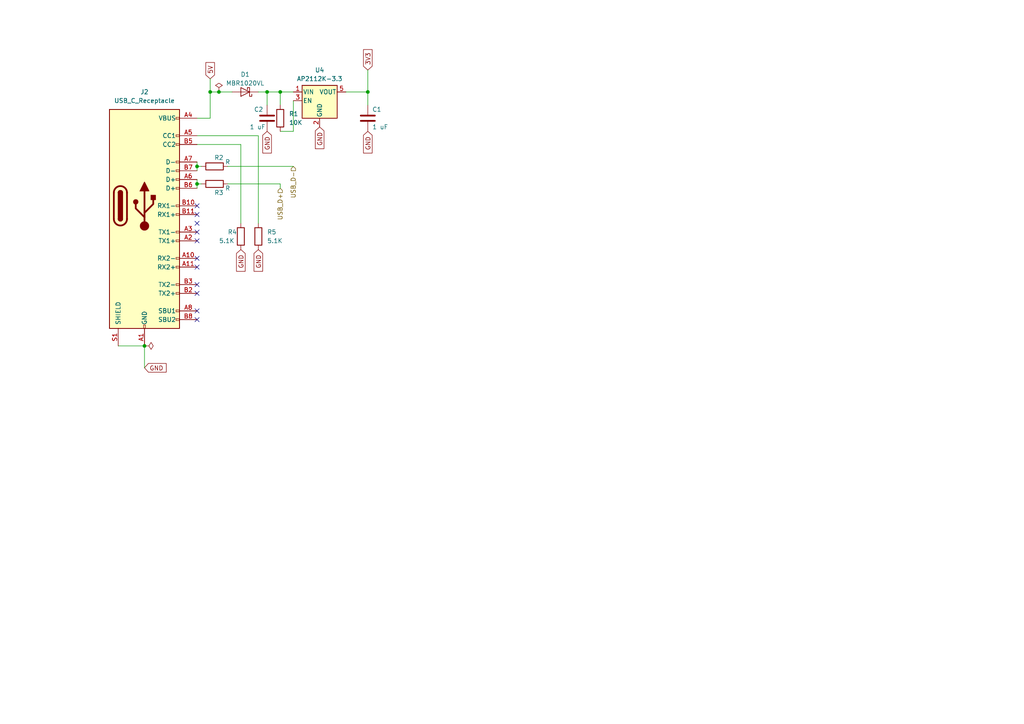
<source format=kicad_sch>
(kicad_sch (version 20230121) (generator eeschema)
  (paper "A4")
  (lib_symbols
    (symbol "Connector:USB_C_Receptacle" (pin_names (offset 1.016))
      (property "Reference" "J" (at -10.16 29.21 0))
      (property "Value" "USB_C_Receptacle" (at 10.16 29.21 0))
      (symbol "USB_C_Receptacle_0_0"
        (rectangle (start -0.254 -35.56) (end 0.254 -34.544))
        (rectangle (start 10.16 -32.766) (end 9.144 -33.274))
        (rectangle (start 10.16 -30.226) (end 9.144 -30.734))
        (rectangle (start 10.16 -25.146) (end 9.144 -25.654))
        (rectangle (start 10.16 -22.606) (end 9.144 -23.114))
        (rectangle (start 10.16 -17.526) (end 9.144 -18.034))
        (rectangle (start 10.16 -14.986) (end 9.144 -15.494))
        (rectangle (start 10.16 -9.906) (end 9.144 -10.414))
        (rectangle (start 10.16 -7.366) (end 9.144 -7.874))
        (rectangle (start 10.16 -2.286) (end 9.144 -2.794))
        (rectangle (start 10.16 0.254) (end 9.144 -0.254))
        (rectangle (start 10.16 5.334) (end 9.144 4.826))
        (rectangle (start 10.16 7.874) (end 9.144 7.366))
        (rectangle (start 10.16 10.414) (end 9.144 9.906))
        (rectangle (start 10.16 12.954) (end 9.144 12.446))
        (rectangle (start 10.16 18.034) (end 9.144 17.526))
        (rectangle (start 10.16 20.574) (end 9.144 20.066))
        (rectangle (start 10.16 25.654) (end 9.144 25.146))
      )
      (symbol "USB_C_Receptacle_0_1"
        (rectangle (start -10.16 27.94) (end 10.16 -35.56) (stroke (width 0.254)) (fill (type background)))
        (arc (start -8.89 -3.81) (mid -6.985 -5.7067) (end -5.08 -3.81) (stroke (width 0.508)))
        (arc (start -7.62 -3.81) (mid -6.985 -4.4423) (end -6.35 -3.81) (stroke (width 0.254)))
        (arc (start -7.62 -3.81) (mid -6.985 -4.4423) (end -6.35 -3.81) (stroke (width 0.254)) (fill (type outline)))
        (rectangle (start -7.62 -3.81) (end -6.35 3.81) (stroke (width 0.254)) (fill (type outline)))
        (arc (start -6.35 3.81) (mid -6.985 4.4423) (end -7.62 3.81) (stroke (width 0.254)))
        (arc (start -6.35 3.81) (mid -6.985 4.4423) (end -7.62 3.81) (stroke (width 0.254)) (fill (type outline)))
        (arc (start -5.08 3.81) (mid -6.985 5.7067) (end -8.89 3.81) (stroke (width 0.508)))
        (polyline (pts (xy -8.89 -3.81) (xy -8.89 3.81)) (stroke (width 0.508)))
        (polyline (pts (xy -5.08 3.81) (xy -5.08 -3.81)) (stroke (width 0.508)))
      )
      (symbol "USB_C_Receptacle_1_1"
        (circle (center -2.54 1.143) (radius 0.635) (stroke (width 0.254)) (fill (type outline)))
        (circle (center 0 -5.842) (radius 1.27) (fill (type outline)))
        (polyline (pts (xy 0 -5.842) (xy 0 4.318)) (stroke (width 0.508)))
        (polyline (pts (xy 0 -3.302) (xy -2.54 -0.762) (xy -2.54 0.508)) (stroke (width 0.508)))
        (polyline (pts (xy 0 -2.032) (xy 2.54 0.508) (xy 2.54 1.778)) (stroke (width 0.508)))
        (polyline (pts (xy -1.27 4.318) (xy 0 6.858) (xy 1.27 4.318) (xy -1.27 4.318)) (stroke (width 0.254)) (fill (type outline)))
        (rectangle (start 1.905 1.778) (end 3.175 3.048) (stroke (width 0.254)) (fill (type outline)))
        (pin passive line (at 0 -40.64 90) (length 5.08) (name "GND") (number "A1"))
        (pin bidirectional line (at 15.24 -15.24 180) (length 5.08) (name "RX2-") (number "A10"))
        (pin bidirectional line (at 15.24 -17.78 180) (length 5.08) (name "RX2+") (number "A11"))
        (pin passive line (at 0 -40.64 90) (length 5.08) hide (name "GND") (number "A12"))
        (pin bidirectional line (at 15.24 -10.16 180) (length 5.08) (name "TX1+") (number "A2"))
        (pin bidirectional line (at 15.24 -7.62 180) (length 5.08) (name "TX1-") (number "A3"))
        (pin passive line (at 15.24 25.4 180) (length 5.08) (name "VBUS") (number "A4"))
        (pin bidirectional line (at 15.24 20.32 180) (length 5.08) (name "CC1") (number "A5"))
        (pin bidirectional line (at 15.24 7.62 180) (length 5.08) (name "D+") (number "A6"))
        (pin bidirectional line (at 15.24 12.7 180) (length 5.08) (name "D-") (number "A7"))
        (pin bidirectional line (at 15.24 -30.48 180) (length 5.08) (name "SBU1") (number "A8"))
        (pin passive line (at 15.24 25.4 180) (length 5.08) hide (name "VBUS") (number "A9"))
        (pin passive line (at 0 -40.64 90) (length 5.08) hide (name "GND") (number "B1"))
        (pin bidirectional line (at 15.24 0 180) (length 5.08) (name "RX1-") (number "B10"))
        (pin bidirectional line (at 15.24 -2.54 180) (length 5.08) (name "RX1+") (number "B11"))
        (pin passive line (at 0 -40.64 90) (length 5.08) hide (name "GND") (number "B12"))
        (pin bidirectional line (at 15.24 -25.4 180) (length 5.08) (name "TX2+") (number "B2"))
        (pin bidirectional line (at 15.24 -22.86 180) (length 5.08) (name "TX2-") (number "B3"))
        (pin passive line (at 15.24 25.4 180) (length 5.08) hide (name "VBUS") (number "B4"))
        (pin bidirectional line (at 15.24 17.78 180) (length 5.08) (name "CC2") (number "B5"))
        (pin bidirectional line (at 15.24 5.08 180) (length 5.08) (name "D+") (number "B6"))
        (pin bidirectional line (at 15.24 10.16 180) (length 5.08) (name "D-") (number "B7"))
        (pin bidirectional line (at 15.24 -33.02 180) (length 5.08) (name "SBU2") (number "B8"))
        (pin passive line (at 15.24 25.4 180) (length 5.08) hide (name "VBUS") (number "B9"))
        (pin passive line (at -7.62 -40.64 90) (length 5.08) (name "SHIELD") (number "S1"))
      )
    )
    (symbol "Device:C" (pin_numbers hide) (pin_names (offset 0.254))
      (property "Reference" "C" (at 0.635 2.54 0))
      (property "Value" "C" (at 0.635 -2.54 0))
      (symbol "C_0_1"
        (polyline (pts (xy -2.032 -0.762) (xy 2.032 -0.762)) (stroke (width 0.508)))
        (polyline (pts (xy -2.032 0.762) (xy 2.032 0.762)) (stroke (width 0.508)))
      )
      (symbol "C_1_1"
        (pin passive line (at 0 3.81 270) (length 2.794) (name "~") (number "1"))
        (pin passive line (at 0 -3.81 90) (length 2.794) (name "~") (number "2"))
      )
    )
    (symbol "Device:R" (pin_numbers hide) (pin_names (offset 0))
      (property "Reference" "R" (at 2.032 0 90))
      (property "Value" "R" (at 0 0 90))
      (symbol "R_0_1"
        (rectangle (start -1.016 -2.54) (end 1.016 2.54) (stroke (width 0.254)))
      )
      (symbol "R_1_1"
        (pin passive line (at 0 3.81 270) (length 1.27) (name "~") (number "1"))
        (pin passive line (at 0 -3.81 90) (length 1.27) (name "~") (number "2"))
      )
    )
    (symbol "Diode:MBR1020VL" (pin_numbers hide) (pin_names hide)
      (property "Reference" "D" (at 0 2.54 0))
      (property "Value" "MBR1020VL" (at 0 -2.54 0))
      (symbol "MBR1020VL_0_1"
        (polyline (pts (xy 1.27 0) (xy -1.27 0)))
        (polyline (pts (xy 1.27 1.27) (xy 1.27 -1.27) (xy -1.27 0) (xy 1.27 1.27)) (stroke (width 0.2032)))
        (polyline (pts (xy -1.905 0.635) (xy -1.905 1.27) (xy -1.27 1.27) (xy -1.27 -1.27) (xy -0.635 -1.27) (xy -0.635 -0.635)) (stroke (width 0.2032)))
      )
      (symbol "MBR1020VL_1_1"
        (pin passive line (at -3.81 0 0) (length 2.54) (name "K") (number "1"))
        (pin passive line (at 3.81 0 180) (length 2.54) (name "A") (number "2"))
      )
    )
    (symbol "Regulator_Linear:AP2112K-3.3" (pin_names (offset 0.254))
      (property "Reference" "U" (at -5.08 5.715 0))
      (property "Value" "AP2112K-3.3" (at 0 5.715 0))
      (symbol "AP2112K-3.3_0_1"
        (rectangle (start -5.08 4.445) (end 5.08 -5.08) (stroke (width 0.254)) (fill (type background)))
      )
      (symbol "AP2112K-3.3_1_1"
        (pin power_in line (at -7.62 2.54 0) (length 2.54) (name "VIN") (number "1"))
        (pin power_in line (at 0 -7.62 90) (length 2.54) (name "GND") (number "2"))
        (pin input line (at -7.62 0 0) (length 2.54) (name "EN") (number "3"))
        (pin no_connect line (at 5.08 0 180) (length 2.54) hide (name "NC") (number "4"))
        (pin power_out line (at 7.62 2.54 180) (length 2.54) (name "VOUT") (number "5"))
      )
    )
    (symbol "power:PWR_FLAG" (power) (pin_numbers hide) (pin_names (offset 0) hide)
      (property "Value" "PWR_FLAG" (at 0 3.81 0))
      (symbol "PWR_FLAG_0_0"
        (pin power_out line (at 0 0 90) (length 0) (name "pwr") (number "1"))
      )
      (symbol "PWR_FLAG_0_1"
        (polyline (pts (xy 0 0) (xy 0 1.27) (xy -1.016 1.905) (xy 0 2.54) (xy 1.016 1.905) (xy 0 1.27)))
      )
    )
  )
  (junction (at 57.15 53.34))
  (junction (at 60.96 26.67))
  (junction (at 77.47 26.67))
  (junction (at 57.15 48.26))
  (junction (at 106.68 26.67))
  (junction (at 81.28 26.67))
  (junction (at 63.5 26.67))
  (junction (at 41.91 100.33))
  (no_connect (at 57.15 82.55))
  (no_connect (at 57.15 67.31))
  (no_connect (at 57.15 85.09))
  (no_connect (at 57.15 62.23))
  (no_connect (at 57.15 74.93))
  (no_connect (at 57.15 92.71))
  (no_connect (at 57.15 77.47))
  (no_connect (at 57.15 69.85))
  (no_connect (at 57.15 90.17))
  (no_connect (at 57.15 64.77))
  (no_connect (at 57.15 59.69))
  (wire (pts (xy 41.91 100.33) (xy 41.91 106.68)))
  (wire (pts (xy 57.15 53.34) (xy 57.15 54.61)))
  (wire (pts (xy 81.28 54.61) (xy 81.28 53.34)))
  (wire (pts (xy 57.15 34.29) (xy 60.96 34.29)))
  (wire (pts (xy 57.15 41.91) (xy 69.85 41.91)))
  (wire (pts (xy 81.28 26.67) (xy 81.28 30.48)))
  (wire (pts (xy 85.09 48.26) (xy 66.04 48.26)))
  (wire (pts (xy 58.42 53.34) (xy 57.15 53.34)))
  (wire (pts (xy 67.31 26.67) (xy 63.5 26.67)))
  (wire (pts (xy 106.68 20.32) (xy 106.68 26.67)))
  (wire (pts (xy 77.47 26.67) (xy 77.47 30.48)))
  (wire (pts (xy 60.96 22.86) (xy 60.96 26.67)))
  (wire (pts (xy 81.28 26.67) (xy 85.09 26.67)))
  (wire (pts (xy 57.15 48.26) (xy 57.15 49.53)))
  (wire (pts (xy 100.33 26.67) (xy 106.68 26.67)))
  (wire (pts (xy 85.09 29.21) (xy 85.09 38.1)))
  (wire (pts (xy 57.15 39.37) (xy 74.93 39.37)))
  (wire (pts (xy 106.68 26.67) (xy 106.68 30.48)))
  (wire (pts (xy 58.42 48.26) (xy 57.15 48.26)))
  (wire (pts (xy 57.15 46.99) (xy 57.15 48.26)))
  (wire (pts (xy 57.15 52.07) (xy 57.15 53.34)))
  (wire (pts (xy 74.93 39.37) (xy 74.93 64.77)))
  (wire (pts (xy 77.47 26.67) (xy 81.28 26.67)))
  (wire (pts (xy 85.09 38.1) (xy 81.28 38.1)))
  (wire (pts (xy 74.93 26.67) (xy 77.47 26.67)))
  (wire (pts (xy 34.29 100.33) (xy 41.91 100.33)))
  (wire (pts (xy 60.96 34.29) (xy 60.96 26.67)))
  (wire (pts (xy 63.5 26.67) (xy 60.96 26.67)))
  (wire (pts (xy 66.04 53.34) (xy 81.28 53.34)))
  (wire (pts (xy 69.85 41.91) (xy 69.85 64.77)))
  (global_label "GND" (shape input) (at 106.68 38.1 270) (property "Intersheetrefs" "${INTERSHEET_REFS}" (effects hide)))
  (global_label "5V" (shape input) (at 60.96 22.86 90) (property "Intersheetrefs" "${INTERSHEET_REFS}" (effects hide)))
  (global_label "GND" (shape input) (at 92.71 36.83 270) (property "Intersheetrefs" "${INTERSHEET_REFS}" (effects hide)))
  (global_label "GND" (shape input) (at 41.91 106.68 0) (property "Intersheetrefs" "${INTERSHEET_REFS}" (effects hide)))
  (global_label "GND" (shape input) (at 77.47 38.1 270) (property "Intersheetrefs" "${INTERSHEET_REFS}" (effects hide)))
  (global_label "GND" (shape input) (at 69.85 72.39 270) (property "Intersheetrefs" "${INTERSHEET_REFS}" (effects hide)))
  (global_label "GND" (shape input) (at 74.93 72.39 270) (property "Intersheetrefs" "${INTERSHEET_REFS}" (effects hide)))
  (global_label "3V3" (shape input) (at 106.68 20.32 90) (property "Intersheetrefs" "${INTERSHEET_REFS}" (effects hide)))
  (hierarchical_label "USB_D+" (shape input) (at 81.28 54.61 270))
  (hierarchical_label "USB_D-" (shape input) (at 85.09 48.26 270))
  (symbol (lib_id "power:PWR_FLAG") (at 63.5 26.67 0) (unit 1)
    (property "Reference" "#FLG01" (effects hide))
    (property "Value" "PWR_FLAG" (effects hide))
  )
  (symbol (lib_id "Device:R") (at 69.85 68.58 0) (unit 1)
    (property "Reference" "R4" (at 66.04 67.31 0) (effects (justify left)))
    (property "Value" "5.1K" (at 63.5 69.85 0) (effects (justify left)))
  )
  (symbol (lib_id "power:PWR_FLAG") (at 41.91 100.33 270) (unit 1)
    (property "Reference" "#FLG02" (effects hide))
    (property "Value" "PWR_FLAG" (effects hide))
  )
  (symbol (lib_id "Device:R") (at 62.23 53.34 90) (unit 1)
    (property "Reference" "R3" (at 63.5 55.88 90))
    (property "Value" "R" (at 66.04 54.61 90))
  )
  (symbol (lib_id "Device:R") (at 62.23 48.26 90) (unit 1)
    (property "Reference" "R2" (at 63.5 45.72 90))
    (property "Value" "R" (at 66.04 46.99 90))
  )
  (symbol (lib_id "Regulator_Linear:AP2112K-3.3") (at 92.71 29.21 0) (unit 1)
    (property "Reference" "U4" (at 92.71 20.32 0))
    (property "Value" "AP2112K-3.3" (at 92.71 22.86 0))
    (property "Footprint" "Package_TO_SOT_SMD:SOT-23-5" (effects hide))
    (property "Datasheet" "https://www.diodes.com/assets/Datasheets/AP2112.pdf" (effects hide))
  )
  (symbol (lib_id "Device:C") (at 77.47 34.29 0) (unit 1)
    (property "Reference" "C2" (at 73.66 31.75 0) (effects (justify left)))
    (property "Value" "1 uF" (at 72.39 36.83 0) (effects (justify left)))
  )
  (symbol (lib_id "Diode:MBR1020VL") (at 71.12 26.67 180) (unit 1)
    (property "Reference" "D1" (at 71.12 21.59 0))
    (property "Value" "MBR1020VL" (at 71.12 24.13 0))
    (property "Footprint" "Diode_SMD:D_SOD-123F" (effects hide))
    (property "Datasheet" "https://www.onsemi.com/pub/Collateral/MBR1020VL-D.PDF" (effects hide))
  )
  (symbol (lib_id "Connector:USB_C_Receptacle") (at 41.91 59.69 0) (unit 1)
    (property "Reference" "J2" (at 41.91 26.67 0))
    (property "Value" "USB_C_Receptacle" (at 41.91 29.21 0))
    (property "Datasheet" "https://www.usb.org/sites/default/files/documents/usb_type-c.zip" (effects hide))
  )
  (symbol (lib_id "Device:C") (at 106.68 34.29 0) (unit 1)
    (property "Reference" "C1" (at 107.95 31.75 0) (effects (justify left)))
    (property "Value" "1 uF" (at 107.95 36.83 0) (effects (justify left)))
  )
  (symbol (lib_id "Device:R") (at 81.28 34.29 0) (unit 1)
    (property "Reference" "R1" (at 83.82 33.02 0) (effects (justify left)))
    (property "Value" "10K" (at 83.82 35.56 0) (effects (justify left)))
  )
  (symbol (lib_id "Device:R") (at 74.93 68.58 0) (unit 1)
    (property "Reference" "R5" (at 77.47 67.31 0) (effects (justify left)))
    (property "Value" "5.1K" (at 77.47 69.85 0) (effects (justify left)))
  )
)
</source>
